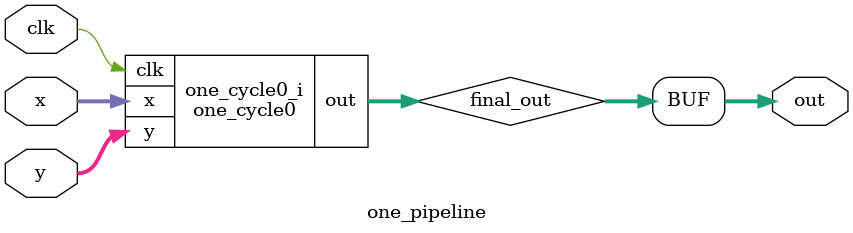
<source format=sv>
module one_cycle0(
  input wire clk,
  input wire [31:0] x,
  input wire [31:0] y,
  output wire [31:0] out
);
  // ===== Pipe stage 0:

  // Registers for pipe stage 0:
  reg [31:0] p0_x;
  reg [31:0] p0_y;
  always_ff @ (posedge clk) begin
    p0_x <= x;
    p0_y <= y;
  end

  // ===== Pipe stage 1:
  wire [31:0] p1_add_10_comb;
  assign p1_add_10_comb = p0_x + p0_y;

  // Registers for pipe stage 1:
  reg [31:0] p1_add_10;
  always_ff @ (posedge clk) begin
    p1_add_10 <= p1_add_10_comb;
  end
  assign out = p1_add_10;
endmodule
module one_pipeline(
  input wire clk,
  input wire [31:0] x,
  input wire [31:0] y,
  output wire [31:0] out
);
  wire [31:0] final_out;
  one_cycle0 one_cycle0_i (
    .clk(clk),
    .x(x),
    .y(y),
    .out(final_out)
  );
  assign out = final_out;
endmodule

</source>
